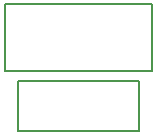
<source format=gbr>
G04 #@! TF.FileFunction,Legend,Top*
%FSLAX46Y46*%
G04 Gerber Fmt 4.6, Leading zero omitted, Abs format (unit mm)*
G04 Created by KiCad (PCBNEW (2015-07-04 BZR 5884, Git c1bbf3e)-product) date 31/12/2015 2:34:29 PM*
%MOMM*%
G01*
G04 APERTURE LIST*
%ADD10C,0.100000*%
%ADD11C,0.150000*%
G04 APERTURE END LIST*
D10*
D11*
X156250000Y-91350000D02*
X143750000Y-91350000D01*
X156250000Y-97050000D02*
X156250000Y-91350000D01*
X156250000Y-97050000D02*
X143750000Y-97050000D01*
X143750000Y-97050000D02*
X143750000Y-91350000D01*
X144875000Y-97900000D02*
X155125000Y-97900000D01*
X155125000Y-97900000D02*
X155125000Y-102100000D01*
X155125000Y-102100000D02*
X144875000Y-102100000D01*
X144875000Y-102100000D02*
X144875000Y-97900000D01*
M02*

</source>
